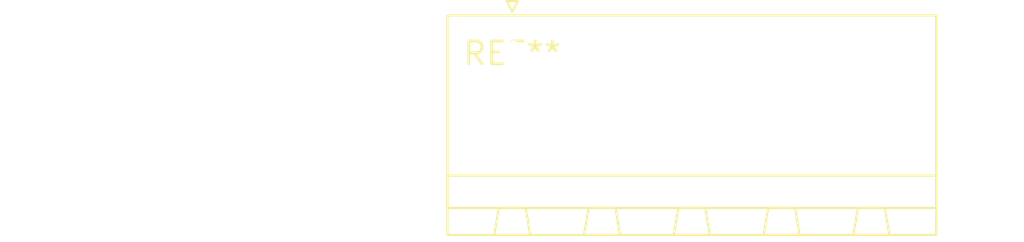
<source format=kicad_pcb>
(kicad_pcb (version 20240108) (generator pcbnew)
  (layers (0 "F.Cu" signal) (31 "B.Cu" signal) (34 "B.Paste" user) (35 "F.Paste" user) (36 "B.SilkS" user "B.Silkscreen") (37 "F.SilkS" user "F.Silkscreen") (38 "B.Mask" user) (39 "F.Mask" user) (44 "Edge.Cuts" user))
  (net 0 "")
  (footprint "PhoenixContact_MSTBA_2,5_5-G_1x05_P5.00mm_Horizontal" (layer "F.Cu") (at 0 0)
    (property "Reference" "REF**")
    (property "Value" "PhoenixContact_MSTBA_2,5_5-G_1x05_P5.00mm_Horizontal")
    (fp_line (start -3.61 -2.11) (end -3.61 10.11) (layer "F.SilkS") (stroke (width 0.12)))
    (fp_line (start -3.61 6.81) (end 23.61 6.81) (layer "F.SilkS") (stroke (width 0.12)))
    (fp_line (start -3.61 8.61) (end -3.61 6.81) (layer "F.SilkS") (stroke (width 0.12)))
    (fp_line (start -3.61 10.11) (end 23.61 10.11) (layer "F.SilkS") (stroke (width 0.12)))
    (fp_line (start -1 10.11) (end 1 10.11) (layer "F.SilkS") (stroke (width 0.12)))
    (fp_line (start -0.75 8.61) (end -1 10.11) (layer "F.SilkS") (stroke (width 0.12)))
    (fp_line (start -0.3 -2.91) (end 0.3 -2.91) (layer "F.SilkS") (stroke (width 0.12)))
    (fp_line (start 0 -2.31) (end -0.3 -2.91) (layer "F.SilkS") (stroke (width 0.12)))
    (fp_line (start 0.3 -2.91) (end 0 -2.31) (layer "F.SilkS") (stroke (width 0.12)))
    (fp_line (start 0.75 8.61) (end -0.75 8.61) (layer "F.SilkS") (stroke (width 0.12)))
    (fp_line (start 1 10.11) (end 0.75 8.61) (layer "F.SilkS") (stroke (width 0.12)))
    (fp_line (start 4 10.11) (end 6 10.11) (layer "F.SilkS") (stroke (width 0.12)))
    (fp_line (start 4.25 8.61) (end 4 10.11) (layer "F.SilkS") (stroke (width 0.12)))
    (fp_line (start 5.75 8.61) (end 4.25 8.61) (layer "F.SilkS") (stroke (width 0.12)))
    (fp_line (start 6 10.11) (end 5.75 8.61) (layer "F.SilkS") (stroke (width 0.12)))
    (fp_line (start 9 10.11) (end 11 10.11) (layer "F.SilkS") (stroke (width 0.12)))
    (fp_line (start 9.25 8.61) (end 9 10.11) (layer "F.SilkS") (stroke (width 0.12)))
    (fp_line (start 10.75 8.61) (end 9.25 8.61) (layer "F.SilkS") (stroke (width 0.12)))
    (fp_line (start 11 10.11) (end 10.75 8.61) (layer "F.SilkS") (stroke (width 0.12)))
    (fp_line (start 14 10.11) (end 16 10.11) (layer "F.SilkS") (stroke (width 0.12)))
    (fp_line (start 14.25 8.61) (end 14 10.11) (layer "F.SilkS") (stroke (width 0.12)))
    (fp_line (start 15.75 8.61) (end 14.25 8.61) (layer "F.SilkS") (stroke (width 0.12)))
    (fp_line (start 16 10.11) (end 15.75 8.61) (layer "F.SilkS") (stroke (width 0.12)))
    (fp_line (start 19 10.11) (end 21 10.11) (layer "F.SilkS") (stroke (width 0.12)))
    (fp_line (start 19.25 8.61) (end 19 10.11) (layer "F.SilkS") (stroke (width 0.12)))
    (fp_line (start 20.75 8.61) (end 19.25 8.61) (layer "F.SilkS") (stroke (width 0.12)))
    (fp_line (start 21 10.11) (end 20.75 8.61) (layer "F.SilkS") (stroke (width 0.12)))
    (fp_line (start 23.61 -2.11) (end -3.61 -2.11) (layer "F.SilkS") (stroke (width 0.12)))
    (fp_line (start 23.61 6.81) (end 23.61 8.61) (layer "F.SilkS") (stroke (width 0.12)))
    (fp_line (start 23.61 8.61) (end -3.61 8.61) (layer "F.SilkS") (stroke (width 0.12)))
    (fp_line (start 23.61 10.11) (end 23.61 -2.11) (layer "F.SilkS") (stroke (width 0.12)))
    (pad "1" thru_hole roundrect (at 0 0) (size 2 3.6) (drill 1.4) (layers *.Cu *.Mask) (remove_unused_layers) (roundrect_rratio 0.125))
    (pad "2" thru_hole oval (at 5 0) (size 2 3.6) (drill 1.4) (layers *.Cu *.Mask) (remove_unused_layers))
    (pad "3" thru_hole oval (at 10 0) (size 2 3.6) (drill 1.4) (layers *.Cu *.Mask) (remove_unused_layers))
    (pad "4" thru_hole oval (at 15 0) (size 2 3.6) (drill 1.4) (layers *.Cu *.Mask) (remove_unused_layers))
    (pad "5" thru_hole oval (at 20 0) (size 2 3.6) (drill 1.4) (layers *.Cu *.Mask) (remove_unused_layers))
  )
)
</source>
